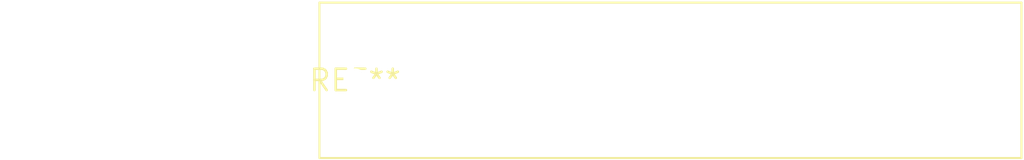
<source format=kicad_pcb>
(kicad_pcb (version 20240108) (generator pcbnew)
  (layers (0 "F.Cu" signal) (31 "B.Cu" signal) (34 "B.Paste" user) (35 "F.Paste" user) (36 "B.SilkS" user "B.Silkscreen") (37 "F.SilkS" user "F.Silkscreen") (38 "B.Mask" user) (39 "F.Mask" user) (44 "Edge.Cuts" user))
  (net 0 "")
  (footprint "C_Rect_L41.5mm_W9.0mm_P37.50mm_MKS4" (layer "F.Cu") (at 0 0)
    (property "Reference" "REF**")
    (property "Value" "C_Rect_L41.5mm_W9.0mm_P37.50mm_MKS4")
    (fp_line (start -2.12 -4.62) (end -2.12 4.62) (layer "F.SilkS") (stroke (width 0.12)))
    (fp_line (start -2.12 -4.62) (end 39.62 -4.62) (layer "F.SilkS") (stroke (width 0.12)))
    (fp_line (start -2.12 4.62) (end 39.62 4.62) (layer "F.SilkS") (stroke (width 0.12)))
    (fp_line (start 39.62 -4.62) (end 39.62 4.62) (layer "F.SilkS") (stroke (width 0.12)))
    (pad "1" thru_hole circle (at 0 0) (size 2.8 2.8) (drill 1.4) (layers *.Cu *.Mask) (remove_unused_layers))
    (pad "2" thru_hole circle (at 37.5 0) (size 2.8 2.8) (drill 1.4) (layers *.Cu *.Mask) (remove_unused_layers))
  )
)
</source>
